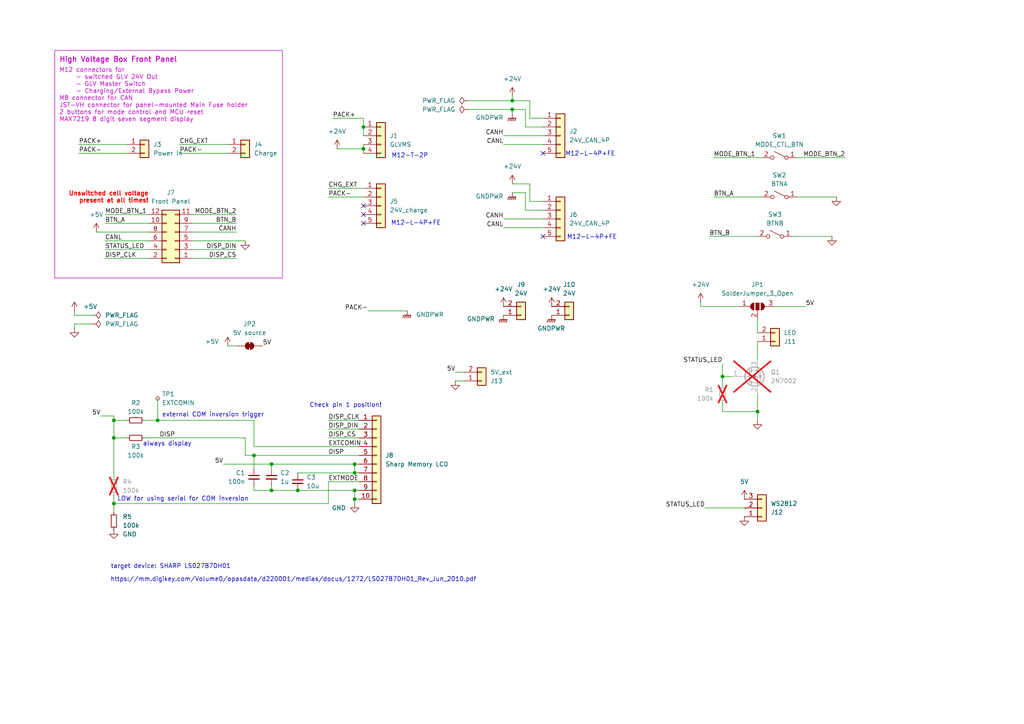
<source format=kicad_sch>
(kicad_sch (version 20231120) (generator "eeschema") (generator_version "8.0")
  (paper "A4")
  (title_block (title "6S_BMS_CONN1") (date "2025-05-05") (rev "1.1") (company "NTURacing") (comment 1 "Jack Kuo"))
  (lib_symbols
    (symbol "Connector:TestPoint_Small" (pin_numbers hide) (pin_names (offset 0.762) hide)
      (property "Reference" "TP" (at 0 3.81 0))
      (property "Value" "TestPoint_Small" (at 0 2.032 0))
      (symbol "TestPoint_Small_0_1"
        (circle (center 0 0) (radius 0.508))
      )
      (symbol "TestPoint_Small_1_1"
        (pin passive line (at 0 0 90) (length 0) (name "1") (number "1"))
      )
    )
    (symbol "Connector_Generic:Conn_01x02" (pin_names (offset 1.016) hide)
      (property "Reference" "J" (at 0 2.54 0))
      (property "Value" "Conn_01x02" (at 0 -5.08 0))
      (symbol "Conn_01x02_1_1"
        (rectangle (start -1.27 -2.413) (end 0 -2.667) (stroke (width 0.1524)))
        (rectangle (start -1.27 0.127) (end 0 -0.127) (stroke (width 0.1524)))
        (rectangle (start -1.27 1.27) (end 1.27 -3.81) (stroke (width 0.254)) (fill (type background)))
        (pin passive line (at -5.08 0 0) (length 3.81) (name "Pin_1") (number "1"))
        (pin passive line (at -5.08 -2.54 0) (length 3.81) (name "Pin_2") (number "2"))
      )
    )
    (symbol "Connector_Generic:Conn_01x03" (pin_names (offset 1.016) hide)
      (property "Reference" "J" (at 0 5.08 0))
      (property "Value" "Conn_01x03" (at 0 -5.08 0))
      (symbol "Conn_01x03_1_1"
        (rectangle (start -1.27 -2.413) (end 0 -2.667) (stroke (width 0.1524)))
        (rectangle (start -1.27 0.127) (end 0 -0.127) (stroke (width 0.1524)))
        (rectangle (start -1.27 2.667) (end 0 2.413) (stroke (width 0.1524)))
        (rectangle (start -1.27 3.81) (end 1.27 -3.81) (stroke (width 0.254)) (fill (type background)))
        (pin passive line (at -5.08 2.54 0) (length 3.81) (name "Pin_1") (number "1"))
        (pin passive line (at -5.08 0 0) (length 3.81) (name "Pin_2") (number "2"))
        (pin passive line (at -5.08 -2.54 0) (length 3.81) (name "Pin_3") (number "3"))
      )
    )
    (symbol "Connector_Generic:Conn_01x04" (pin_names (offset 1.016) hide)
      (property "Reference" "J" (at 0 5.08 0))
      (property "Value" "Conn_01x04" (at 0 -7.62 0))
      (symbol "Conn_01x04_1_1"
        (rectangle (start -1.27 -4.953) (end 0 -5.207) (stroke (width 0.1524)))
        (rectangle (start -1.27 -2.413) (end 0 -2.667) (stroke (width 0.1524)))
        (rectangle (start -1.27 0.127) (end 0 -0.127) (stroke (width 0.1524)))
        (rectangle (start -1.27 2.667) (end 0 2.413) (stroke (width 0.1524)))
        (rectangle (start -1.27 3.81) (end 1.27 -6.35) (stroke (width 0.254)) (fill (type background)))
        (pin passive line (at -5.08 2.54 0) (length 3.81) (name "Pin_1") (number "1"))
        (pin passive line (at -5.08 0 0) (length 3.81) (name "Pin_2") (number "2"))
        (pin passive line (at -5.08 -2.54 0) (length 3.81) (name "Pin_3") (number "3"))
        (pin passive line (at -5.08 -5.08 0) (length 3.81) (name "Pin_4") (number "4"))
      )
    )
    (symbol "Connector_Generic:Conn_01x05" (pin_names (offset 1.016) hide)
      (property "Reference" "J" (at 0 7.62 0))
      (property "Value" "Conn_01x05" (at 0 -7.62 0))
      (symbol "Conn_01x05_1_1"
        (rectangle (start -1.27 -4.953) (end 0 -5.207) (stroke (width 0.1524)))
        (rectangle (start -1.27 -2.413) (end 0 -2.667) (stroke (width 0.1524)))
        (rectangle (start -1.27 0.127) (end 0 -0.127) (stroke (width 0.1524)))
        (rectangle (start -1.27 2.667) (end 0 2.413) (stroke (width 0.1524)))
        (rectangle (start -1.27 5.207) (end 0 4.953) (stroke (width 0.1524)))
        (rectangle (start -1.27 6.35) (end 1.27 -6.35) (stroke (width 0.254)) (fill (type background)))
        (pin passive line (at -5.08 5.08 0) (length 3.81) (name "Pin_1") (number "1"))
        (pin passive line (at -5.08 2.54 0) (length 3.81) (name "Pin_2") (number "2"))
        (pin passive line (at -5.08 0 0) (length 3.81) (name "Pin_3") (number "3"))
        (pin passive line (at -5.08 -2.54 0) (length 3.81) (name "Pin_4") (number "4"))
        (pin passive line (at -5.08 -5.08 0) (length 3.81) (name "Pin_5") (number "5"))
      )
    )
    (symbol "Connector_Generic:Conn_01x10" (pin_names (offset 1.016) hide)
      (property "Reference" "J" (at 0 12.7 0))
      (property "Value" "Conn_01x10" (at 0 -15.24 0))
      (symbol "Conn_01x10_1_1"
        (rectangle (start -1.27 -12.573) (end 0 -12.827) (stroke (width 0.1524)))
        (rectangle (start -1.27 -10.033) (end 0 -10.287) (stroke (width 0.1524)))
        (rectangle (start -1.27 -7.493) (end 0 -7.747) (stroke (width 0.1524)))
        (rectangle (start -1.27 -4.953) (end 0 -5.207) (stroke (width 0.1524)))
        (rectangle (start -1.27 -2.413) (end 0 -2.667) (stroke (width 0.1524)))
        (rectangle (start -1.27 0.127) (end 0 -0.127) (stroke (width 0.1524)))
        (rectangle (start -1.27 2.667) (end 0 2.413) (stroke (width 0.1524)))
        (rectangle (start -1.27 5.207) (end 0 4.953) (stroke (width 0.1524)))
        (rectangle (start -1.27 7.747) (end 0 7.493) (stroke (width 0.1524)))
        (rectangle (start -1.27 10.287) (end 0 10.033) (stroke (width 0.1524)))
        (rectangle (start -1.27 11.43) (end 1.27 -13.97) (stroke (width 0.254)) (fill (type background)))
        (pin passive line (at -5.08 10.16 0) (length 3.81) (name "Pin_1") (number "1"))
        (pin passive line (at -5.08 -12.7 0) (length 3.81) (name "Pin_10") (number "10"))
        (pin passive line (at -5.08 7.62 0) (length 3.81) (name "Pin_2") (number "2"))
        (pin passive line (at -5.08 5.08 0) (length 3.81) (name "Pin_3") (number "3"))
        (pin passive line (at -5.08 2.54 0) (length 3.81) (name "Pin_4") (number "4"))
        (pin passive line (at -5.08 0 0) (length 3.81) (name "Pin_5") (number "5"))
        (pin passive line (at -5.08 -2.54 0) (length 3.81) (name "Pin_6") (number "6"))
        (pin passive line (at -5.08 -5.08 0) (length 3.81) (name "Pin_7") (number "7"))
        (pin passive line (at -5.08 -7.62 0) (length 3.81) (name "Pin_8") (number "8"))
        (pin passive line (at -5.08 -10.16 0) (length 3.81) (name "Pin_9") (number "9"))
      )
    )
    (symbol "Connector_Generic:Conn_02x06_Odd_Even" (pin_names (offset 1.016) hide)
      (property "Reference" "J" (at 1.27 7.62 0))
      (property "Value" "Conn_02x06_Odd_Even" (at 1.27 -10.16 0))
      (symbol "Conn_02x06_Odd_Even_1_1"
        (rectangle (start -1.27 -7.493) (end 0 -7.747) (stroke (width 0.1524)))
        (rectangle (start -1.27 -4.953) (end 0 -5.207) (stroke (width 0.1524)))
        (rectangle (start -1.27 -2.413) (end 0 -2.667) (stroke (width 0.1524)))
        (rectangle (start -1.27 0.127) (end 0 -0.127) (stroke (width 0.1524)))
        (rectangle (start -1.27 2.667) (end 0 2.413) (stroke (width 0.1524)))
        (rectangle (start -1.27 5.207) (end 0 4.953) (stroke (width 0.1524)))
        (rectangle (start -1.27 6.35) (end 3.81 -8.89) (stroke (width 0.254)) (fill (type background)))
        (rectangle (start 3.81 -7.493) (end 2.54 -7.747) (stroke (width 0.1524)))
        (rectangle (start 3.81 -4.953) (end 2.54 -5.207) (stroke (width 0.1524)))
        (rectangle (start 3.81 -2.413) (end 2.54 -2.667) (stroke (width 0.1524)))
        (rectangle (start 3.81 0.127) (end 2.54 -0.127) (stroke (width 0.1524)))
        (rectangle (start 3.81 2.667) (end 2.54 2.413) (stroke (width 0.1524)))
        (rectangle (start 3.81 5.207) (end 2.54 4.953) (stroke (width 0.1524)))
        (pin passive line (at -5.08 5.08 0) (length 3.81) (name "Pin_1") (number "1"))
        (pin passive line (at 7.62 -5.08 180) (length 3.81) (name "Pin_10") (number "10"))
        (pin passive line (at -5.08 -7.62 0) (length 3.81) (name "Pin_11") (number "11"))
        (pin passive line (at 7.62 -7.62 180) (length 3.81) (name "Pin_12") (number "12"))
        (pin passive line (at 7.62 5.08 180) (length 3.81) (name "Pin_2") (number "2"))
        (pin passive line (at -5.08 2.54 0) (length 3.81) (name "Pin_3") (number "3"))
        (pin passive line (at 7.62 2.54 180) (length 3.81) (name "Pin_4") (number "4"))
        (pin passive line (at -5.08 0 0) (length 3.81) (name "Pin_5") (number "5"))
        (pin passive line (at 7.62 0 180) (length 3.81) (name "Pin_6") (number "6"))
        (pin passive line (at -5.08 -2.54 0) (length 3.81) (name "Pin_7") (number "7"))
        (pin passive line (at 7.62 -2.54 180) (length 3.81) (name "Pin_8") (number "8"))
        (pin passive line (at -5.08 -5.08 0) (length 3.81) (name "Pin_9") (number "9"))
      )
    )
    (symbol "Device:C_Small" (pin_numbers hide) (pin_names (offset 0.254) hide)
      (property "Reference" "C" (at 0.254 1.778 0))
      (property "Value" "C_Small" (at 0.254 -2.032 0))
      (symbol "C_Small_0_1"
        (polyline (pts (xy -1.524 -0.508) (xy 1.524 -0.508)) (stroke (width 0.3302)))
        (polyline (pts (xy -1.524 0.508) (xy 1.524 0.508)) (stroke (width 0.3048)))
      )
      (symbol "C_Small_1_1"
        (pin passive line (at 0 2.54 270) (length 2.032) (name "~") (number "1"))
        (pin passive line (at 0 -2.54 90) (length 2.032) (name "~") (number "2"))
      )
    )
    (symbol "Device:R_Small" (pin_numbers hide) (pin_names (offset 0.254) hide)
      (property "Reference" "R" (at 0.762 0.508 0))
      (property "Value" "R_Small" (at 0.762 -1.016 0))
      (symbol "R_Small_0_1"
        (rectangle (start -0.762 1.778) (end 0.762 -1.778) (stroke (width 0.2032)))
      )
      (symbol "R_Small_1_1"
        (pin passive line (at 0 2.54 270) (length 0.762) (name "~") (number "1"))
        (pin passive line (at 0 -2.54 90) (length 0.762) (name "~") (number "2"))
      )
    )
    (symbol "GND_1" (power) (pin_numbers hide) (pin_names (offset 0) hide)
      (property "Value" "GND" (at 0 -3.81 0))
      (symbol "GND_1_0_1"
        (polyline (pts (xy 0 0) (xy 0 -1.27) (xy 1.27 -1.27) (xy 0 -2.54) (xy -1.27 -1.27) (xy 0 -1.27)))
      )
      (symbol "GND_1_1_1"
        (pin power_in line (at 0 0 270) (length 0) (name "~") (number "1"))
      )
    )
    (symbol "Jumper:SolderJumper_2_Bridged" (pin_numbers hide) (pin_names (offset 0) hide) (exclude_from_sim yes) (in_bom no)
      (property "Reference" "JP" (at 0 2.032 0))
      (property "Value" "SolderJumper_2_Bridged" (at 0 -2.54 0))
      (symbol "SolderJumper_2_Bridged_0_1"
        (rectangle (start -0.508 0.508) (end 0.508 -0.508) (fill (type outline)))
        (arc (start -0.254 1.016) (mid -1.2656 0) (end -0.254 -1.016))
        (arc (start -0.254 1.016) (mid -1.2656 0) (end -0.254 -1.016) (fill (type outline)))
        (polyline (pts (xy -0.254 1.016) (xy -0.254 -1.016)))
        (polyline (pts (xy 0.254 1.016) (xy 0.254 -1.016)))
        (arc (start 0.254 -1.016) (mid 1.2656 0) (end 0.254 1.016))
        (arc (start 0.254 -1.016) (mid 1.2656 0) (end 0.254 1.016) (fill (type outline)))
      )
      (symbol "SolderJumper_2_Bridged_1_1"
        (pin passive line (at -3.81 0 0) (length 2.54) (name "A") (number "1"))
        (pin passive line (at 3.81 0 180) (length 2.54) (name "B") (number "2"))
      )
    )
    (symbol "Jumper:SolderJumper_3_Open" (pin_names (offset 0) hide) (exclude_from_sim yes) (in_bom no)
      (property "Reference" "JP" (at -2.54 -2.54 0))
      (property "Value" "SolderJumper_3_Open" (at 0 2.794 0))
      (symbol "SolderJumper_3_Open_0_1"
        (arc (start -1.016 1.016) (mid -2.0276 0) (end -1.016 -1.016))
        (arc (start -1.016 1.016) (mid -2.0276 0) (end -1.016 -1.016) (fill (type outline)))
        (rectangle (start -0.508 1.016) (end 0.508 -1.016) (fill (type outline)))
        (polyline (pts (xy -2.54 0) (xy -2.032 0)))
        (polyline (pts (xy -1.016 1.016) (xy -1.016 -1.016)))
        (polyline (pts (xy 0 -1.27) (xy 0 -1.016)))
        (polyline (pts (xy 1.016 1.016) (xy 1.016 -1.016)))
        (polyline (pts (xy 2.54 0) (xy 2.032 0)))
        (arc (start 1.016 -1.016) (mid 2.0276 0) (end 1.016 1.016))
        (arc (start 1.016 -1.016) (mid 2.0276 0) (end 1.016 1.016) (fill (type outline)))
      )
      (symbol "SolderJumper_3_Open_1_1"
        (pin passive line (at -5.08 0 0) (length 2.54) (name "A") (number "1"))
        (pin passive line (at 0 -3.81 90) (length 2.54) (name "C") (number "2"))
        (pin passive line (at 5.08 0 180) (length 2.54) (name "B") (number "3"))
      )
    )
    (symbol "Switch:SW_SPST" (pin_names (offset 0) hide)
      (property "Reference" "SW" (at 0 3.175 0))
      (property "Value" "SW_SPST" (at 0 -2.54 0))
      (symbol "SW_SPST_0_0"
        (circle (center -2.032 0) (radius 0.508))
        (polyline (pts (xy -1.524 0.254) (xy 1.524 1.778)))
        (circle (center 2.032 0) (radius 0.508))
      )
      (symbol "SW_SPST_1_1"
        (pin passive line (at -5.08 0 0) (length 2.54) (name "A") (number "1"))
        (pin passive line (at 5.08 0 180) (length 2.54) (name "B") (number "2"))
      )
    )
    (symbol "Transistor_FET:2N7002" (pin_names hide)
      (property "Reference" "Q" (at 5.08 1.905 0))
      (property "Value" "2N7002" (at 5.08 0 0))
      (symbol "2N7002_0_1"
        (polyline (pts (xy 0.254 0) (xy -2.54 0)))
        (polyline (pts (xy 0.254 1.905) (xy 0.254 -1.905)) (stroke (width 0.254)))
        (polyline (pts (xy 0.762 -1.27) (xy 0.762 -2.286)) (stroke (width 0.254)))
        (polyline (pts (xy 0.762 0.508) (xy 0.762 -0.508)) (stroke (width 0.254)))
        (polyline (pts (xy 0.762 2.286) (xy 0.762 1.27)) (stroke (width 0.254)))
        (polyline (pts (xy 2.54 2.54) (xy 2.54 1.778)))
        (polyline (pts (xy 2.54 -2.54) (xy 2.54 0) (xy 0.762 0)))
        (polyline (pts (xy 0.762 -1.778) (xy 3.302 -1.778) (xy 3.302 1.778) (xy 0.762 1.778)))
        (polyline (pts (xy 1.016 0) (xy 2.032 0.381) (xy 2.032 -0.381) (xy 1.016 0)) (fill (type outline)))
        (polyline (pts (xy 2.794 0.508) (xy 2.921 0.381) (xy 3.683 0.381) (xy 3.81 0.254)))
        (polyline (pts (xy 3.302 0.381) (xy 2.921 -0.254) (xy 3.683 -0.254) (xy 3.302 0.381)))
        (circle (center 1.651 0) (radius 2.794) (stroke (width 0.254)))
        (circle (center 2.54 -1.778) (radius 0.254) (fill (type outline)))
        (circle (center 2.54 1.778) (radius 0.254) (fill (type outline)))
      )
      (symbol "2N7002_1_1"
        (pin input line (at -5.08 0 0) (length 2.54) (name "G") (number "1"))
        (pin passive line (at 2.54 -5.08 90) (length 2.54) (name "S") (number "2"))
        (pin passive line (at 2.54 5.08 270) (length 2.54) (name "D") (number "3"))
      )
    )
    (symbol "power:+24V" (power) (pin_numbers hide) (pin_names (offset 0) hide)
      (property "Value" "+24V" (at 0 3.556 0))
      (symbol "+24V_0_1"
        (polyline (pts (xy -0.762 1.27) (xy 0 2.54)))
        (polyline (pts (xy 0 0) (xy 0 2.54)))
        (polyline (pts (xy 0 2.54) (xy 0.762 1.27)))
      )
      (symbol "+24V_1_1"
        (pin power_in line (at 0 0 90) (length 0) (name "~") (number "1"))
      )
    )
    (symbol "power:+3V3" (power) (pin_numbers hide) (pin_names (offset 0) hide)
      (property "Value" "+3V3" (at 0 3.556 0))
      (symbol "+3V3_0_1"
        (polyline (pts (xy -0.762 1.27) (xy 0 2.54)))
        (polyline (pts (xy 0 0) (xy 0 2.54)))
        (polyline (pts (xy 0 2.54) (xy 0.762 1.27)))
      )
      (symbol "+3V3_1_1"
        (pin power_in line (at 0 0 90) (length 0) (name "~") (number "1"))
      )
    )
    (symbol "power:GND" (power) (pin_numbers hide) (pin_names (offset 0) hide)
      (property "Value" "GND" (at 0 -3.81 0))
      (symbol "GND_0_1"
        (polyline (pts (xy 0 0) (xy 0 -1.27) (xy 1.27 -1.27) (xy 0 -2.54) (xy -1.27 -1.27) (xy 0 -1.27)))
      )
      (symbol "GND_1_1"
        (pin power_in line (at 0 0 270) (length 0) (name "~") (number "1"))
      )
    )
    (symbol "power:GNDPWR" (power) (pin_numbers hide) (pin_names (offset 0) hide)
      (property "Value" "GNDPWR" (at 0 -3.302 0))
      (symbol "GNDPWR_0_1"
        (polyline (pts (xy 0 -1.27) (xy 0 0)))
        (polyline (pts (xy -1.016 -1.27) (xy -1.27 -2.032) (xy -1.27 -2.032)) (stroke (width 0.2032)))
        (polyline (pts (xy -0.508 -1.27) (xy -0.762 -2.032) (xy -0.762 -2.032)) (stroke (width 0.2032)))
        (polyline (pts (xy 0 -1.27) (xy -0.254 -2.032) (xy -0.254 -2.032)) (stroke (width 0.2032)))
        (polyline (pts (xy 0.508 -1.27) (xy 0.254 -2.032) (xy 0.254 -2.032)) (stroke (width 0.2032)))
        (polyline (pts (xy 1.016 -1.27) (xy -1.016 -1.27) (xy -1.016 -1.27)) (stroke (width 0.2032)))
        (polyline (pts (xy 1.016 -1.27) (xy 0.762 -2.032) (xy 0.762 -2.032) (xy 0.762 -2.032)) (stroke (width 0.2032)))
      )
      (symbol "GNDPWR_1_1"
        (pin power_in line (at 0 0 270) (length 0) (name "~") (number "1"))
      )
    )
    (symbol "power:PWR_FLAG" (power) (pin_numbers hide) (pin_names (offset 0) hide)
      (property "Value" "PWR_FLAG" (at 0 3.81 0))
      (symbol "PWR_FLAG_0_0"
        (pin power_out line (at 0 0 90) (length 0) (name "~") (number "1"))
      )
      (symbol "PWR_FLAG_0_1"
        (polyline (pts (xy 0 0) (xy 0 1.27) (xy -1.016 1.905) (xy 0 2.54) (xy 1.016 1.905) (xy 0 1.27)))
      )
    )
  )
  (junction (at 102.87 142.24))
  (junction (at 33.02 127))
  (junction (at 209.55 109.22))
  (junction (at 45.72 121.92))
  (junction (at 219.71 119.38))
  (junction (at 73.66 132.08))
  (junction (at 102.87 144.78))
  (junction (at 102.87 137.16))
  (junction (at 33.02 146.05))
  (junction (at 78.74 134.62))
  (junction (at 33.02 121.92))
  (junction (at 78.74 142.24))
  (junction (at 86.36 142.24))
  (junction (at 148.59 31.75))
  (junction (at 148.59 29.21))
  (junction (at 105.41 36.83))
  (junction (at 105.41 43.18))
  (junction (at 102.87 134.62))
  (no_connect (at 105.41 59.69))
  (no_connect (at 157.48 44.45))
  (no_connect (at 157.48 68.58))
  (no_connect (at 105.41 62.23))
  (no_connect (at 105.41 64.77))
  (wire (pts (xy 36.83 127) (xy 33.02 127)))
  (wire (pts (xy 33.02 121.92) (xy 36.83 121.92)))
  (wire (pts (xy 68.58 62.23) (xy 55.88 62.23)))
  (wire (pts (xy 102.87 144.78) (xy 104.14 144.78)))
  (wire (pts (xy 148.59 27.94) (xy 148.59 29.21)))
  (wire (pts (xy 68.58 72.39) (xy 55.88 72.39)))
  (wire (pts (xy 132.08 107.95) (xy 134.62 107.95)))
  (wire (pts (xy 95.25 139.7) (xy 95.25 146.05)))
  (wire (pts (xy 96.52 34.29) (xy 105.41 34.29)))
  (wire (pts (xy 95.25 124.46) (xy 104.14 124.46)))
  (wire (pts (xy 209.55 119.38) (xy 219.71 119.38)))
  (wire (pts (xy 22.86 44.45) (xy 36.83 44.45)))
  (wire (pts (xy 68.58 74.93) (xy 55.88 74.93)))
  (wire (pts (xy 45.72 115.57) (xy 45.72 121.92)))
  (wire (pts (xy 231.14 45.72) (xy 245.11 45.72)))
  (wire (pts (xy 148.59 53.34) (xy 153.67 53.34)))
  (wire (pts (xy 102.87 142.24) (xy 104.14 142.24)))
  (wire (pts (xy 148.59 29.21) (xy 153.67 29.21)))
  (wire (pts (xy 95.25 121.92) (xy 104.14 121.92)))
  (wire (pts (xy 97.79 43.18) (xy 105.41 43.18)))
  (wire (pts (xy 73.66 129.54) (xy 104.14 129.54)))
  (wire (pts (xy 146.05 63.5) (xy 157.48 63.5)))
  (wire (pts (xy 26.67 91.44) (xy 21.59 91.44)))
  (wire (pts (xy 71.12 127) (xy 71.12 132.08)))
  (wire (pts (xy 30.48 72.39) (xy 43.18 72.39)))
  (wire (pts (xy 231.14 57.15) (xy 242.57 57.15)))
  (wire (pts (xy 207.01 57.15) (xy 220.98 57.15)))
  (wire (pts (xy 73.66 121.92) (xy 45.72 121.92)))
  (wire (pts (xy 33.02 148.59) (xy 33.02 146.05)))
  (wire (pts (xy 95.25 54.61) (xy 105.41 54.61)))
  (wire (pts (xy 41.91 121.92) (xy 45.72 121.92)))
  (wire (pts (xy 73.66 129.54) (xy 73.66 121.92)))
  (wire (pts (xy 229.87 68.58) (xy 241.3 68.58)))
  (wire (pts (xy 219.71 92.71) (xy 219.71 96.52)))
  (wire (pts (xy 102.87 137.16) (xy 104.14 137.16)))
  (wire (pts (xy 66.04 100.33) (xy 68.58 100.33)))
  (wire (pts (xy 148.59 55.88) (xy 152.4 55.88)))
  (wire (pts (xy 73.66 142.24) (xy 78.74 142.24)))
  (wire (pts (xy 219.71 99.06) (xy 219.71 104.14)))
  (wire (pts (xy 21.59 93.98) (xy 21.59 95.25)))
  (wire (pts (xy 78.74 142.24) (xy 86.36 142.24)))
  (wire (pts (xy 64.77 134.62) (xy 78.74 134.62)))
  (wire (pts (xy 33.02 121.92) (xy 33.02 127)))
  (wire (pts (xy 95.25 127) (xy 104.14 127)))
  (wire (pts (xy 26.67 93.98) (xy 21.59 93.98)))
  (wire (pts (xy 102.87 146.05) (xy 102.87 144.78)))
  (wire (pts (xy 22.86 41.91) (xy 36.83 41.91)))
  (wire (pts (xy 73.66 135.89) (xy 73.66 132.08)))
  (wire (pts (xy 106.68 90.17) (xy 118.11 90.17)))
  (wire (pts (xy 21.59 91.44) (xy 21.59 90.17)))
  (wire (pts (xy 33.02 120.65) (xy 33.02 121.92)))
  (wire (pts (xy 146.05 39.37) (xy 157.48 39.37)))
  (wire (pts (xy 153.67 58.42) (xy 157.48 58.42)))
  (wire (pts (xy 33.02 127) (xy 33.02 138.43)))
  (wire (pts (xy 105.41 36.83) (xy 105.41 39.37)))
  (wire (pts (xy 27.94 67.31) (xy 43.18 67.31)))
  (wire (pts (xy 209.55 111.76) (xy 209.55 109.22)))
  (wire (pts (xy 30.48 62.23) (xy 43.18 62.23)))
  (wire (pts (xy 29.21 120.65) (xy 33.02 120.65)))
  (wire (pts (xy 41.91 127) (xy 71.12 127)))
  (wire (pts (xy 209.55 116.84) (xy 209.55 119.38)))
  (wire (pts (xy 102.87 142.24) (xy 102.87 144.78)))
  (wire (pts (xy 135.89 29.21) (xy 148.59 29.21)))
  (wire (pts (xy 33.02 143.51) (xy 33.02 146.05)))
  (wire (pts (xy 105.41 34.29) (xy 105.41 36.83)))
  (wire (pts (xy 68.58 67.31) (xy 55.88 67.31)))
  (wire (pts (xy 146.05 66.04) (xy 157.48 66.04)))
  (wire (pts (xy 209.55 105.41) (xy 209.55 109.22)))
  (wire (pts (xy 135.89 31.75) (xy 148.59 31.75)))
  (wire (pts (xy 209.55 109.22) (xy 212.09 109.22)))
  (wire (pts (xy 52.07 44.45) (xy 66.04 44.45)))
  (wire (pts (xy 203.2 88.9) (xy 203.2 87.63)))
  (wire (pts (xy 105.41 41.91) (xy 105.41 43.18)))
  (wire (pts (xy 146.05 41.91) (xy 157.48 41.91)))
  (wire (pts (xy 52.07 41.91) (xy 66.04 41.91)))
  (wire (pts (xy 152.4 60.96) (xy 157.48 60.96)))
  (wire (pts (xy 153.67 53.34) (xy 153.67 58.42)))
  (wire (pts (xy 102.87 134.62) (xy 104.14 134.62)))
  (wire (pts (xy 102.87 134.62) (xy 102.87 137.16)))
  (wire (pts (xy 153.67 29.21) (xy 153.67 34.29)))
  (wire (pts (xy 33.02 146.05) (xy 95.25 146.05)))
  (wire (pts (xy 86.36 142.24) (xy 102.87 142.24)))
  (wire (pts (xy 153.67 34.29) (xy 157.48 34.29)))
  (wire (pts (xy 219.71 119.38) (xy 219.71 121.92)))
  (wire (pts (xy 152.4 55.88) (xy 152.4 60.96)))
  (wire (pts (xy 86.36 137.16) (xy 102.87 137.16)))
  (wire (pts (xy 30.48 74.93) (xy 43.18 74.93)))
  (wire (pts (xy 203.2 88.9) (xy 214.63 88.9)))
  (wire (pts (xy 219.71 114.3) (xy 219.71 119.38)))
  (wire (pts (xy 132.08 110.49) (xy 134.62 110.49)))
  (wire (pts (xy 71.12 69.85) (xy 55.88 69.85)))
  (wire (pts (xy 148.59 33.02) (xy 148.59 31.75)))
  (wire (pts (xy 152.4 36.83) (xy 157.48 36.83)))
  (wire (pts (xy 205.74 68.58) (xy 219.71 68.58)))
  (wire (pts (xy 224.79 88.9) (xy 233.68 88.9)))
  (wire (pts (xy 78.74 140.97) (xy 78.74 142.24)))
  (wire (pts (xy 207.01 45.72) (xy 220.98 45.72)))
  (wire (pts (xy 55.88 64.77) (xy 68.58 64.77)))
  (wire (pts (xy 95.25 139.7) (xy 104.14 139.7)))
  (wire (pts (xy 105.41 43.18) (xy 105.41 44.45)))
  (wire (pts (xy 95.25 57.15) (xy 105.41 57.15)))
  (wire (pts (xy 71.12 132.08) (xy 73.66 132.08)))
  (wire (pts (xy 204.47 147.32) (xy 215.9 147.32)))
  (wire (pts (xy 73.66 140.97) (xy 73.66 142.24)))
  (wire (pts (xy 152.4 31.75) (xy 152.4 36.83)))
  (wire (pts (xy 30.48 64.77) (xy 43.18 64.77)))
  (wire (pts (xy 73.66 132.08) (xy 104.14 132.08)))
  (wire (pts (xy 148.59 31.75) (xy 152.4 31.75)))
  (wire (pts (xy 78.74 134.62) (xy 102.87 134.62)))
  (wire (pts (xy 78.74 134.62) (xy 78.74 135.89)))
  (wire (pts (xy 30.48 69.85) (xy 43.18 69.85)))
  (rectangle (start 15.875 14.605) (end 81.915 80.645) (stroke (width 0) (color 194 0 194 1)))
  (text "High Voltage Box Front Panel" (at 17.145 16.51 0) (effects (font (size 1.5 1.5) (thickness 0.254) (bold yes)) (justify left top)))
  (text "Check pin 1 position!" (at 110.744 117.602 0) (effects (font (size 1.27 1.27)) (justify right)))
  (text "always display" (at 48.514 128.778 0) (effects (font (size 1.27 1.27))))
  (text "M12-L-4P+FE" (at 171.704 68.834 0) (effects (font (size 1.27 1.27))))
  (text "LOW for using serial for COM inversion" (at 53.086 144.78 0) (effects (font (size 1.27 1.27))))
  (text "Unswitched cell voltage\npresent at all times!" (at 43.18 59.055 0) (effects (font (size 1.27 1.27) (thickness 0.254) (bold yes)) (justify right bottom)))
  (text "M12 connectors for \n	- switched GLV 24V Out\n	- GLV Master Switch\n	- Charging/External Bypass Power\nM8 connector for CAN\nJST-VH connector for panel-mounted Main Fuse holder\n2 buttons for mode control and MCU reset\nMAX7219 8 digit seven segment display" (at 17.145 19.685 0) (effects (font (size 1.27 1.27)) (justify left top)))
  (text "M12-L-4P+FE" (at 171.196 44.704 0) (effects (font (size 1.27 1.27))))
  (text "M12-T-2P" (at 118.872 45.212 0) (effects (font (size 1.27 1.27))))
  (text "M12-L-4P+FE" (at 120.65 64.77 0) (effects (font (size 1.27 1.27))))
  (text "https://mm.digikey.com/Volume0/opasdata/d220001/medias/docus/1272/LS027B7DH01_Rev_Jun_2010.pdf" (at 32.004 167.386 0) (effects (font (size 1.27 1.27)) (justify left top)))
  (text "target device: SHARP LS027B7DH01" (at 49.53 164.338 0) (effects (font (size 1.27 1.27))))
  (text "external COM inversion trigger" (at 46.99 119.634 0) (effects (font (size 1.27 1.27)) (justify left top)))
  (label "PACK-" (at 52.07 44.45 0))
  (label "MODE_BTN_2" (at 245.11 45.72 180))
  (label "CHG_EXT" (at 52.07 41.91 0))
  (label "EXTCOMIN" (at 95.25 129.54 0))
  (label "BTN_B" (at 68.58 64.77 180))
  (label "DISP_DIN" (at 68.58 72.39 180))
  (label "MODE_BTN_2" (at 68.58 62.23 180))
  (label "PACK-" (at 95.25 57.15 0))
  (label "PACK+" (at 22.86 41.91 0))
  (label "CANL" (at 146.05 41.91 180))
  (label "DISP_CS" (at 68.58 74.93 180))
  (label "PACK-" (at 106.68 90.17 180))
  (label "CANH" (at 146.05 63.5 180))
  (label "BTN_B" (at 205.74 68.58 0))
  (label "5V" (at 233.68 88.9 0))
  (label "5V" (at 64.77 134.62 180))
  (label "PACK-" (at 22.86 44.45 0))
  (label "STATUS_LED" (at 204.47 147.32 180))
  (label "MODE_BTN_1" (at 207.01 45.72 0))
  (label "DISP_CS" (at 95.25 127 0))
  (label "PACK+" (at 96.52 34.29 0))
  (label "BTN_A" (at 207.01 57.15 0))
  (label "DISP" (at 95.25 132.08 0))
  (label "BTN_A" (at 30.48 64.77 0))
  (label "CANL" (at 30.48 69.85 0))
  (label "EXTMODE" (at 95.25 139.7 0))
  (label "DISP_CLK" (at 95.25 121.92 0))
  (label "DISP_DIN" (at 95.25 124.46 0))
  (label "5V" (at 29.21 120.65 180))
  (label "STATUS_LED" (at 30.48 72.39 0))
  (label "CANH" (at 146.05 39.37 180))
  (label "CANH" (at 68.58 67.31 180))
  (label "DISP_CLK" (at 30.48 74.93 0))
  (label "DISP" (at 50.8 127 180))
  (label "5V" (at 132.08 107.95 180))
  (label "CANL" (at 146.05 66.04 180))
  (label "STATUS_LED" (at 209.55 105.41 180))
  (label "CHG_EXT" (at 95.25 54.61 0))
  (label "MODE_BTN_1" (at 30.48 62.23 0))
  (label "5V" (at 76.2 100.33 0))
  (symbol (lib_id "Jumper:SolderJumper_3_Open") (at 219.71 88.9 0) (unit 1) (exclude_from_sim yes) (in_bom no)
    (property "Reference" "JP1" (at 219.71 82.55 0))
    (property "Value" "SolderJumper_3_Open" (at 219.71 85.09 0))
    (property "Footprint" "Jumper:SolderJumper-3_P1.3mm_Open_RoundedPad1.0x1.5mm" (effects (hide yes)))
    (property "Description" "Solder Jumper, 3-pole, open" (effects (hide yes)))
  )
  (symbol (lib_name "GND_1") (lib_id "power:GND") (at 219.71 121.92 0) (mirror y) (unit 1)
    (property "Reference" "#PWR022" (effects (hide yes)))
    (property "Value" "GND" (effects (hide yes)))
    (property "Description" "Power symbol creates a global label with name \"GND\" , ground" (effects (hide yes)))
  )
  (symbol (lib_name "GND_1") (lib_id "power:GND") (at 241.3 68.58 0) (mirror y) (unit 1)
    (property "Reference" "#PWR07" (effects (hide yes)))
    (property "Value" "GND" (effects (hide yes)))
    (property "Description" "Power symbol creates a global label with name \"GND\" , ground" (effects (hide yes)))
  )
  (symbol (lib_id "Device:R_Small") (at 39.37 121.92 270) (mirror x) (unit 1)
    (property "Reference" "R2" (at 39.37 116.84 90))
    (property "Value" "100k" (at 39.37 119.38 90))
    (property "Footprint" "Resistor_SMD:R_0603_1608Metric" (effects (hide yes)))
    (property "Description" "Resistor, small symbol" (effects (hide yes)))
  )
  (symbol (lib_name "GND_1") (lib_id "power:GND") (at 132.08 110.49 0) (mirror y) (unit 1)
    (property "Reference" "#PWR012" (effects (hide yes)))
    (property "Value" "GND" (effects (hide yes)))
    (property "Description" "Power symbol creates a global label with name \"GND\" , ground" (effects (hide yes)))
  )
  (symbol (lib_id "power:PWR_FLAG") (at 135.89 29.21 90) (mirror x) (unit 1)
    (property "Reference" "#FLG03" (effects (hide yes)))
    (property "Value" "PWR_FLAG" (at 132.08 29.2099 90) (effects (justify left)))
    (property "Description" "Special symbol for telling ERC where power comes from" (effects (hide yes)))
  )
  (symbol (lib_id "power:PWR_FLAG") (at 26.67 93.98 270) (unit 1)
    (property "Reference" "#FLG02" (effects (hide yes)))
    (property "Value" "PWR_FLAG" (at 30.48 93.9799 90) (effects (justify left)))
    (property "Description" "Special symbol for telling ERC where power comes from" (effects (hide yes)))
  )
  (symbol (lib_id "Switch:SW_SPST") (at 226.06 45.72 0) (mirror y) (unit 1)
    (property "Reference" "SW1" (at 226.06 39.37 0))
    (property "Value" "MODE_CTL_BTN" (at 226.06 41.91 0))
    (property "Footprint" "Connector_JST:JST_PH_S2B-PH-K_1x02_P2.00mm_Horizontal" (effects (hide yes)))
    (property "Description" "Single Pole Single Throw (SPST) switch" (effects (hide yes)))
  )
  (symbol (lib_id "power:GNDPWR") (at 160.02 91.44 0) (unit 1)
    (property "Reference" "#PWR019" (effects (hide yes)))
    (property "Value" "GNDPWR" (at 159.893 95.25 0))
    (property "Description" "Power symbol creates a global label with name \"GNDPWR\" , global ground" (effects (hide yes)))
  )
  (symbol (lib_id "Connector_Generic:Conn_02x06_Odd_Even") (at 50.8 69.85 180) (unit 1)
    (property "Reference" "J7" (at 49.53 55.88 0))
    (property "Value" "Front Panel" (at 49.53 58.42 0))
    (property "Footprint" "Connector_IDC:IDC-Header_2x06_P2.54mm_Horizontal" (effects (hide yes)))
    (property "Description" "Generic connector, double row, 02x06, odd/even pin numbering scheme (row 1 odd numbers, row 2 even numbers), script generated (kicad-library-utils/schlib/autogen/connector/)" (effects (hide yes)))
  )
  (symbol (lib_id "Connector_Generic:Conn_01x02") (at 71.12 41.91 0) (unit 1)
    (property "Reference" "J4" (at 73.66 41.9099 0) (effects (justify left)))
    (property "Value" "Charge" (at 73.66 44.4499 0) (effects (justify left)))
    (property "Footprint" "Connector_AMASS:AMASS_XT60PW-F_1x02_P7.20mm_Horizontal" (effects (hide yes)))
    (property "Description" "Generic connector, single row, 01x02, script generated (kicad-library-utils/schlib/autogen/connector/)" (effects (hide yes)))
  )
  (symbol (lib_id "power:+24V") (at 148.59 53.34 0) (unit 1)
    (property "Reference" "#PWR04" (effects (hide yes)))
    (property "Value" "+24V" (at 148.59 48.26 0))
    (property "Description" "Power symbol creates a global label with name \"+24V\"" (effects (hide yes)))
  )
  (symbol (lib_id "power:+3V3") (at 215.9 144.78 0) (mirror y) (unit 1)
    (property "Reference" "#PWR024" (effects (hide yes)))
    (property "Value" "5V" (at 215.9 139.7 0))
    (property "Description" "Power symbol creates a global label with name \"+3V3\"" (effects (hide yes)))
  )
  (symbol (lib_id "Connector_Generic:Conn_01x02") (at 139.7 110.49 0) (mirror x) (unit 1)
    (property "Reference" "J13" (at 142.24 110.4901 0) (effects (justify left)))
    (property "Value" "5V_ext" (at 142.24 107.9501 0) (effects (justify left)))
    (property "Footprint" "Connector_JST:JST_XH_B2B-XH-A_1x02_P2.50mm_Vertical" (effects (hide yes)))
    (property "Description" "Generic connector, single row, 01x02, script generated (kicad-library-utils/schlib/autogen/connector/)" (effects (hide yes)))
  )
  (symbol (lib_id "Device:R_Small") (at 39.37 127 270) (unit 1)
    (property "Reference" "R3" (at 39.37 129.54 90))
    (property "Value" "100k" (at 39.37 132.08 90))
    (property "Footprint" "Resistor_SMD:R_0603_1608Metric" (effects (hide yes)))
    (property "Description" "Resistor, small symbol" (effects (hide yes)))
  )
  (symbol (lib_name "GND_1") (lib_id "power:GND") (at 242.57 57.15 0) (mirror y) (unit 1)
    (property "Reference" "#PWR06" (effects (hide yes)))
    (property "Value" "GND" (effects (hide yes)))
    (property "Description" "Power symbol creates a global label with name \"GND\" , ground" (effects (hide yes)))
  )
  (symbol (lib_id "Connector_Generic:Conn_01x03") (at 220.98 147.32 0) (mirror x) (unit 1)
    (property "Reference" "J12" (at 223.52 148.5901 0) (effects (justify left)))
    (property "Value" "WS2812" (at 223.52 146.0501 0) (effects (justify left)))
    (property "Footprint" "Connector_JST:JST_PH_B3B-PH-K_1x03_P2.00mm_Vertical" (effects (hide yes)))
    (property "Description" "Generic connector, single row, 01x03, script generated (kicad-library-utils/schlib/autogen/connector/)" (effects (hide yes)))
  )
  (symbol (lib_name "GND_1") (lib_id "power:GND") (at 21.59 95.25 0) (unit 1)
    (property "Reference" "#PWR010" (effects (hide yes)))
    (property "Value" "GND" (effects (hide yes)))
    (property "Description" "Power symbol creates a global label with name \"GND\" , ground" (effects (hide yes)))
  )
  (symbol (lib_id "Connector:TestPoint_Small") (at 45.72 115.57 0) (unit 1)
    (property "Reference" "TP1" (at 46.99 114.2999 0) (effects (justify left)))
    (property "Value" "EXTCOMIN" (at 46.99 116.8399 0) (effects (justify left)))
    (property "Footprint" "TestPoint:TestPoint_Pad_D1.0mm" (effects (hide yes)))
    (property "Description" "test point" (effects (hide yes)))
  )
  (symbol (lib_id "power:+3V3") (at 27.94 67.31 0) (unit 1)
    (property "Reference" "#PWR020" (effects (hide yes)))
    (property "Value" "+5V" (at 27.94 62.23 0))
    (property "Description" "Power symbol creates a global label with name \"+3V3\"" (effects (hide yes)))
  )
  (symbol (lib_id "power:+3V3") (at 21.59 90.17 0) (mirror y) (unit 1)
    (property "Reference" "#PWR09" (effects (hide yes)))
    (property "Value" "+5V" (at 24.13 88.8999 0) (effects (justify right)))
    (property "Description" "Power symbol creates a global label with name \"+3V3\"" (effects (hide yes)))
  )
  (symbol (lib_id "power:PWR_FLAG") (at 135.89 31.75 90) (mirror x) (unit 1)
    (property "Reference" "#FLG04" (effects (hide yes)))
    (property "Value" "PWR_FLAG" (at 132.08 31.7499 90) (effects (justify left)))
    (property "Description" "Special symbol for telling ERC where power comes from" (effects (hide yes)))
  )
  (symbol (lib_name "GND_1") (lib_id "power:GND") (at 71.12 69.85 0) (mirror y) (unit 1)
    (property "Reference" "#PWR021" (effects (hide yes)))
    (property "Value" "GND" (effects (hide yes)))
    (property "Description" "Power symbol creates a global label with name \"GND\" , ground" (effects (hide yes)))
  )
  (symbol (lib_id "Connector_Generic:Conn_01x05") (at 162.56 63.5 0) (unit 1)
    (property "Reference" "J6" (at 165.1 62.2299 0) (effects (justify left)))
    (property "Value" "24V_CAN_4P" (at 165.1 64.7699 0) (effects (justify left)))
    (property "Footprint" "nturt_kicad_lib_EP6:NianYeong-M12-L-F5P" (effects (hide yes)))
    (property "Description" "Generic connector, single row, 01x05, script generated (kicad-library-utils/schlib/autogen/connector/)" (effects (hide yes)))
  )
  (symbol (lib_id "power:+24V") (at 160.02 88.9 0) (unit 1)
    (property "Reference" "#PWR018" (effects (hide yes)))
    (property "Value" "+24V" (at 160.02 83.82 0))
    (property "Description" "Power symbol creates a global label with name \"+24V\"" (effects (hide yes)))
  )
  (symbol (lib_id "Connector_Generic:Conn_01x04") (at 110.49 39.37 0) (unit 1)
    (property "Reference" "J1" (at 113.03 39.3699 0) (effects (justify left)))
    (property "Value" "GLVMS" (at 113.03 41.9099 0) (effects (justify left)))
    (property "Footprint" "nturt_kicad_lib_EP6:NianYeong-M12-T-M4P" (effects (hide yes)))
    (property "Description" "Generic connector, single row, 01x04, script generated (kicad-library-utils/schlib/autogen/connector/)" (effects (hide yes)))
  )
  (symbol (lib_id "Connector_Generic:Conn_01x05") (at 162.56 39.37 0) (unit 1)
    (property "Reference" "J2" (at 165.1 38.0999 0) (effects (justify left)))
    (property "Value" "24V_CAN_4P" (at 165.1 40.6399 0) (effects (justify left)))
    (property "Footprint" "nturt_kicad_lib_EP6:NianYeong-M12-L-F5P" (effects (hide yes)))
    (property "Description" "Generic connector, single row, 01x05, script generated (kicad-library-utils/schlib/autogen/connector/)" (effects (hide yes)))
  )
  (symbol (lib_id "power:GNDPWR") (at 118.11 90.17 0) (unit 1)
    (property "Reference" "#PWR011" (effects (hide yes)))
    (property "Value" "GNDPWR" (at 120.65 91.2367 0) (effects (justify left)))
    (property "Description" "Power symbol creates a global label with name \"GNDPWR\" , global ground" (effects (hide yes)))
  )
  (symbol (lib_id "Device:R_Small") (at 209.55 114.3 0) (mirror x) (unit 1) (dnp yes)
    (property "Reference" "R1" (at 207.01 113.0299 0) (effects (justify right)))
    (property "Value" "100k" (at 207.01 115.5699 0) (effects (justify right)))
    (property "Footprint" "Resistor_SMD:R_0603_1608Metric" (effects (hide yes)))
    (property "Description" "Resistor, small symbol" (effects (hide yes)))
  )
  (symbol (lib_id "power:+24V") (at 148.59 27.94 0) (unit 1)
    (property "Reference" "#PWR01" (effects (hide yes)))
    (property "Value" "+24V" (at 148.59 22.86 0))
    (property "Description" "Power symbol creates a global label with name \"+24V\"" (effects (hide yes)))
  )
  (symbol (lib_id "Connector_Generic:Conn_01x02") (at 151.13 91.44 0) (mirror x) (unit 1)
    (property "Reference" "J9" (at 151.13 82.55 0))
    (property "Value" "24V" (at 151.13 85.09 0))
    (property "Footprint" "Connector_JST:JST_VH_B2P-VH_1x02_P3.96mm_Vertical" (effects (hide yes)))
    (property "Description" "Generic connector, single row, 01x02, script generated (kicad-library-utils/schlib/autogen/connector/)" (effects (hide yes)))
  )
  (symbol (lib_id "Connector_Generic:Conn_01x05") (at 110.49 59.69 0) (unit 1)
    (property "Reference" "J5" (at 113.03 58.4199 0) (effects (justify left)))
    (property "Value" "24V_charge" (at 113.03 60.9599 0) (effects (justify left)))
    (property "Footprint" "nturt_kicad_lib_EP6:NianYeong-M12-L-F5P" (effects (hide yes)))
    (property "Description" "Generic connector, single row, 01x05, script generated (kicad-library-utils/schlib/autogen/connector/)" (effects (hide yes)))
  )
  (symbol (lib_id "power:+3V3") (at 66.04 100.33 0) (mirror y) (unit 1)
    (property "Reference" "#PWR013" (effects (hide yes)))
    (property "Value" "+5V" (at 63.5 99.0599 0) (effects (justify left)))
    (property "Description" "Power symbol creates a global label with name \"+3V3\"" (effects (hide yes)))
  )
  (symbol (lib_id "Connector_Generic:Conn_01x10") (at 109.22 132.08 0) (unit 1)
    (property "Reference" "J8" (at 111.76 132.0799 0) (effects (justify left)))
    (property "Value" "Sharp Memory LCD" (at 111.76 134.6199 0) (effects (justify left)))
    (property "Footprint" "Connector_FFC-FPC:Hirose_FH12-10S-0.5SH_1x10-1MP_P0.50mm_Horizontal" (effects (hide yes)))
    (property "Description" "Generic connector, single row, 01x10, script generated (kicad-library-utils/schlib/autogen/connector/)" (effects (hide yes)))
  )
  (symbol (lib_id "Connector_Generic:Conn_01x02") (at 41.91 41.91 0) (unit 1)
    (property "Reference" "J3" (at 44.45 41.9099 0) (effects (justify left)))
    (property "Value" "Power In" (at 44.45 44.4499 0) (effects (justify left)))
    (property "Footprint" "Connector_AMASS:AMASS_XT60PW-M_1x02_P7.20mm_Horizontal" (effects (hide yes)))
    (property "Description" "Generic connector, single row, 01x02, script generated (kicad-library-utils/schlib/autogen/connector/)" (effects (hide yes)))
  )
  (symbol (lib_id "Connector_Generic:Conn_01x02") (at 224.79 99.06 0) (mirror x) (unit 1)
    (property "Reference" "J11" (at 227.33 99.0601 0) (effects (justify left)))
    (property "Value" "LED" (at 227.33 96.5201 0) (effects (justify left)))
    (property "Footprint" "Connector_JST:JST_PH_S2B-PH-K_1x02_P2.00mm_Horizontal" (effects (hide yes)))
    (property "Description" "Generic connector, single row, 01x02, script generated (kicad-library-utils/schlib/autogen/connector/)" (effects (hide yes)))
  )
  (symbol (lib_id "power:GND") (at 33.02 153.67 0) (unit 1)
    (property "Reference" "#PWR014" (effects (hide yes)))
    (property "Value" "GND" (at 35.56 154.9399 0) (effects (justify left)))
    (property "Description" "Power symbol creates a global label with name \"GND\" , ground" (effects (hide yes)))
  )
  (symbol (lib_id "Connector_Generic:Conn_01x02") (at 165.1 91.44 0) (mirror x) (unit 1)
    (property "Reference" "J10" (at 165.1 82.55 0))
    (property "Value" "24V" (at 165.1 85.09 0))
    (property "Footprint" "Connector_JST:JST_VH_B2P-VH_1x02_P3.96mm_Vertical" (effects (hide yes)))
    (property "Description" "Generic connector, single row, 01x02, script generated (kicad-library-utils/schlib/autogen/connector/)" (effects (hide yes)))
  )
  (symbol (lib_id "Switch:SW_SPST") (at 226.06 57.15 0) (mirror y) (unit 1)
    (property "Reference" "SW2" (at 226.06 50.8 0))
    (property "Value" "BTNA" (at 226.06 53.34 0))
    (property "Footprint" "Connector_JST:JST_PH_S2B-PH-K_1x02_P2.00mm_Horizontal" (effects (hide yes)))
    (property "Description" "Single Pole Single Throw (SPST) switch" (effects (hide yes)))
  )
  (symbol (lib_name "GND_1") (lib_id "power:GND") (at 215.9 149.86 0) (mirror y) (unit 1)
    (property "Reference" "#PWR025" (effects (hide yes)))
    (property "Value" "GND" (effects (hide yes)))
    (property "Description" "Power symbol creates a global label with name \"GND\" , ground" (effects (hide yes)))
  )
  (symbol (lib_id "Jumper:SolderJumper_2_Bridged") (at 72.39 100.33 0) (unit 1) (exclude_from_sim yes) (in_bom no)
    (property "Reference" "JP2" (at 72.39 93.98 0))
    (property "Value" "5V source" (at 72.39 96.52 0))
    (property "Footprint" "Jumper:SolderJumper-2_P1.3mm_Bridged2Bar_RoundedPad1.0x1.5mm" (effects (hide yes)))
    (property "Description" "Solder Jumper, 2-pole, closed/bridged" (effects (hide yes)))
  )
  (symbol (lib_id "power:+24V") (at 97.79 43.18 0) (unit 1)
    (property "Reference" "#PWR03" (effects (hide yes)))
    (property "Value" "+24V" (at 97.79 38.1 0))
    (property "Description" "Power symbol creates a global label with name \"+24V\"" (effects (hide yes)))
  )
  (symbol (lib_id "power:+24V") (at 203.2 87.63 0) (unit 1)
    (property "Reference" "#PWR08" (effects (hide yes)))
    (property "Value" "+24V" (at 203.2 82.55 0))
    (property "Description" "Power symbol creates a global label with name \"+24V\"" (effects (hide yes)))
  )
  (symbol (lib_id "Device:R_Small") (at 33.02 151.13 180) (unit 1)
    (property "Reference" "R5" (at 35.56 149.8599 0) (effects (justify right)))
    (property "Value" "100k" (at 35.56 152.3999 0) (effects (justify right)))
    (property "Footprint" "Resistor_SMD:R_0603_1608Metric" (effects (hide yes)))
    (property "Description" "Resistor, small symbol" (effects (hide yes)))
  )
  (symbol (lib_id "power:GNDPWR") (at 146.05 91.44 0) (unit 1)
    (property "Reference" "#PWR017" (effects (hide yes)))
    (property "Value" "GNDPWR" (at 143.51 92.5067 0) (effects (justify right)))
    (property "Description" "Power symbol creates a global label with name \"GNDPWR\" , global ground" (effects (hide yes)))
  )
  (symbol (lib_id "power:PWR_FLAG") (at 26.67 91.44 270) (unit 1)
    (property "Reference" "#FLG01" (effects (hide yes)))
    (property "Value" "PWR_FLAG" (at 30.48 91.4399 90) (effects (justify left)))
    (property "Description" "Special symbol for telling ERC where power comes from" (effects (hide yes)))
  )
  (symbol (lib_id "power:GNDPWR") (at 148.59 55.88 0) (unit 1)
    (property "Reference" "#PWR05" (effects (hide yes)))
    (property "Value" "GNDPWR" (at 146.05 56.9467 0) (effects (justify right)))
    (property "Description" "Power symbol creates a global label with name \"GNDPWR\" , global ground" (effects (hide yes)))
  )
  (symbol (lib_id "power:+24V") (at 146.05 88.9 0) (unit 1)
    (property "Reference" "#PWR016" (effects (hide yes)))
    (property "Value" "+24V" (at 146.05 83.82 0))
    (property "Description" "Power symbol creates a global label with name \"+24V\"" (effects (hide yes)))
  )
  (symbol (lib_id "Transistor_FET:2N7002") (at 217.17 109.22 0) (unit 1) (dnp yes)
    (property "Reference" "Q1" (at 223.52 107.9499 0) (effects (justify left)))
    (property "Value" "2N7002" (at 223.52 110.4899 0) (effects (justify left)))
    (property "Footprint" "Package_TO_SOT_SMD:SOT-23" (effects (hide yes)))
    (property "Datasheet" "https://www.onsemi.com/pub/Collateral/NDS7002A-D.PDF" (effects (hide yes)))
    (property "Description" "0.115A Id, 60V Vds, N-Channel MOSFET, SOT-23" (effects (hide yes)))
  )
  (symbol (lib_id "Device:C_Small") (at 73.66 138.43 0) (unit 1)
    (property "Reference" "C1" (at 71.12 137.1662 0) (effects (justify right)))
    (property "Value" "100n" (at 71.12 139.7062 0) (effects (justify right)))
    (property "Footprint" "Capacitor_SMD:C_0603_1608Metric_Pad1.08x0.95mm_HandSolder" (effects (hide yes)))
    (property "Description" "Unpolarized capacitor, small symbol" (effects (hide yes)))
  )
  (symbol (lib_id "Device:C_Small") (at 86.36 139.7 0) (unit 1)
    (property "Reference" "C3" (at 88.9 138.4362 0) (effects (justify left)))
    (property "Value" "10u" (at 88.9 140.9762 0) (effects (justify left)))
    (property "Footprint" "Capacitor_SMD:C_0603_1608Metric_Pad1.08x0.95mm_HandSolder" (effects (hide yes)))
    (property "Description" "Unpolarized capacitor, small symbol" (effects (hide yes)))
  )
  (symbol (lib_id "Device:R_Small") (at 33.02 140.97 180) (unit 1) (dnp yes)
    (property "Reference" "R4" (at 35.56 139.6999 0) (effects (justify right)))
    (property "Value" "100k" (at 35.56 142.2399 0) (effects (justify right)))
    (property "Footprint" "Resistor_SMD:R_0603_1608Metric" (effects (hide yes)))
    (property "Description" "Resistor, small symbol" (effects (hide yes)))
  )
  (symbol (lib_id "power:GND") (at 102.87 146.05 0) (unit 1)
    (property "Reference" "#PWR015" (effects (hide yes)))
    (property "Value" "GND" (at 100.33 147.3199 0) (effects (justify right)))
    (property "Description" "Power symbol creates a global label with name \"GND\" , ground" (effects (hide yes)))
  )
  (symbol (lib_id "power:GNDPWR") (at 148.59 33.02 0) (unit 1)
    (property "Reference" "#PWR02" (effects (hide yes)))
    (property "Value" "GNDPWR" (at 146.05 34.0867 0) (effects (justify right)))
    (property "Description" "Power symbol creates a global label with name \"GNDPWR\" , global ground" (effects (hide yes)))
  )
  (symbol (lib_id "Device:C_Small") (at 78.74 138.43 0) (unit 1)
    (property "Reference" "C2" (at 81.28 137.1662 0) (effects (justify left)))
    (property "Value" "1u" (at 81.28 139.7062 0) (effects (justify left)))
    (property "Footprint" "Capacitor_SMD:C_0603_1608Metric_Pad1.08x0.95mm_HandSolder" (effects (hide yes)))
    (property "Description" "Unpolarized capacitor, small symbol" (effects (hide yes)))
  )
  (symbol (lib_id "Switch:SW_SPST") (at 224.79 68.58 0) (mirror y) (unit 1)
    (property "Reference" "SW3" (at 224.79 62.23 0))
    (property "Value" "BTNB" (at 224.79 64.77 0))
    (property "Footprint" "Connector_JST:JST_PH_S2B-PH-K_1x02_P2.00mm_Horizontal" (effects (hide yes)))
    (property "Description" "Single Pole Single Throw (SPST) switch" (effects (hide yes)))
  )
)
</source>
